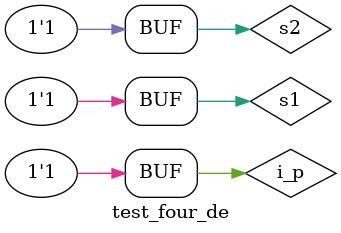
<source format=v>
`timescale 1ns / 1ps


module test_four_de;

	// Inputs
	reg i_p;
	reg s1;
	reg s2;

	// Outputs
	wire a;
	wire b;
	wire c;
	wire d;

	// Instantiate the Unit Under Test (UUT)
	four_de uut (
		.i_p(i_p), 
		.a(a), 
		.b(b), 
		.c(c), 
		.d(d), 
		.s1(s1), 
		.s2(s2)
	);

	initial begin
		// Initialize Inputs
		i_p = 0;
		s1 = 0;
		s2 = 0;

		// Wait 100 ns for global reset to finish
			repeat(7)
		begin
		#10;
		//s3=s3^(s2&s1&i_p);
		s2=s2^(s1&i_p);
		s1=s1^i_p;
		i_p=i_p^1;
		end
        
		// Add stimulus here

	end
      
endmodule


</source>
